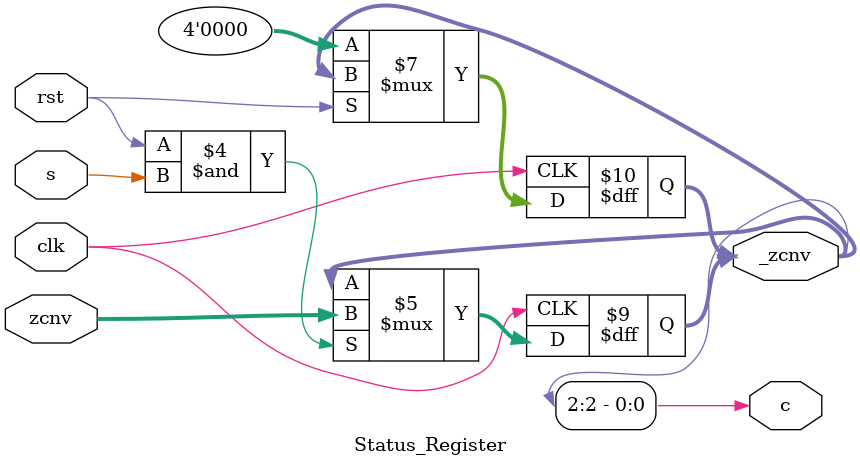
<source format=v>
`timescale 1ns / 1ps


module Status_Register( input [3:0] zcnv,
input clk, rst,s,
output reg [3:0]_zcnv, output c
    );
    
    always @(posedge clk)
        if (~rst)
            _zcnv <= 4'b0;
    always@(negedge clk)
        if (rst & s)
           _zcnv <= zcnv;
           
     assign c = _zcnv[2];
endmodule

</source>
